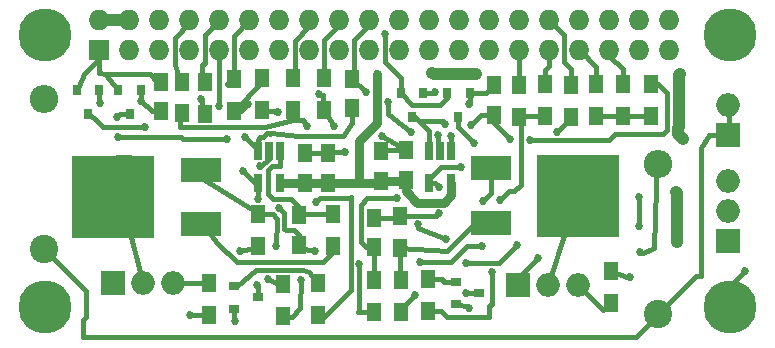
<source format=gtl>
G04 #@! TF.FileFunction,Copper,L1,Top,Signal*
%FSLAX46Y46*%
G04 Gerber Fmt 4.6, Leading zero omitted, Abs format (unit mm)*
G04 Created by KiCad (PCBNEW 4.0.7-e2-6376~61~ubuntu18.04.1) date Sat Apr  6 21:01:48 2019*
%MOMM*%
%LPD*%
G01*
G04 APERTURE LIST*
%ADD10C,0.100000*%
%ADD11R,1.250000X1.500000*%
%ADD12R,0.800000X0.900000*%
%ADD13R,0.900000X0.800000*%
%ADD14R,1.300000X1.500000*%
%ADD15R,0.650000X1.560000*%
%ADD16O,1.998980X1.998980*%
%ADD17R,1.998980X1.998980*%
%ADD18R,3.500000X2.000000*%
%ADD19R,7.000000X7.000000*%
%ADD20C,2.400000*%
%ADD21O,2.400000X2.400000*%
%ADD22C,4.500000*%
%ADD23R,1.727200X1.727200*%
%ADD24O,1.727200X1.727200*%
%ADD25C,0.685800*%
%ADD26C,0.381000*%
%ADD27C,0.750000*%
%ADD28C,1.000000*%
G04 APERTURE END LIST*
D10*
D11*
X128892700Y-101488300D03*
X128892700Y-98988300D03*
X130873900Y-101488300D03*
X130873900Y-98988300D03*
X128361840Y-104248640D03*
X128361840Y-106748640D03*
D12*
X111490000Y-93650000D03*
X109590000Y-93650000D03*
X110540000Y-95650000D03*
X115010000Y-93640000D03*
X113110000Y-93640000D03*
X114060000Y-95640000D03*
D13*
X122927000Y-110243320D03*
X122927000Y-112143320D03*
X124927000Y-111193320D03*
D14*
X131308240Y-106823240D03*
X131308240Y-104123240D03*
X124927760Y-104168960D03*
X124927760Y-106868960D03*
X127080000Y-110080000D03*
X127080000Y-112780000D03*
X129980000Y-109990000D03*
X129980000Y-112690000D03*
X120752000Y-109975400D03*
X120752000Y-112675400D03*
D15*
X126794700Y-98774000D03*
X125844700Y-98774000D03*
X124894700Y-98774000D03*
X124894700Y-101474000D03*
X126794700Y-101474000D03*
D11*
X132893200Y-95201800D03*
X132893200Y-92701800D03*
X116710000Y-92950000D03*
X116710000Y-95450000D03*
X144890000Y-95740000D03*
X144890000Y-93240000D03*
X135369700Y-101335900D03*
X135369700Y-98835900D03*
X137427100Y-101221600D03*
X137427100Y-98721600D03*
X134739780Y-106967080D03*
X134739780Y-104467080D03*
D12*
X138902880Y-93911920D03*
X137002880Y-93911920D03*
X137952880Y-95911920D03*
X142834800Y-93896680D03*
X140934800Y-93896680D03*
X141884800Y-95896680D03*
D16*
X164690000Y-101310000D03*
D17*
X164690000Y-106390000D03*
D16*
X164690000Y-103850000D03*
X164690000Y-94950000D03*
D17*
X164690000Y-97490000D03*
D16*
X152050000Y-110150000D03*
D17*
X146970000Y-110150000D03*
D16*
X149510000Y-110150000D03*
X117754800Y-109979200D03*
D17*
X112674800Y-109979200D03*
D16*
X115214800Y-109979200D03*
D18*
X120080000Y-104990000D03*
X120080000Y-100410000D03*
D19*
X112680000Y-102690000D03*
D18*
X144656720Y-100282560D03*
X144656720Y-104862560D03*
D19*
X152056720Y-102582560D03*
D13*
X141646800Y-109880100D03*
X141646800Y-111780100D03*
X143646800Y-110830100D03*
D14*
X125290000Y-95340000D03*
X125290000Y-92640000D03*
X158190000Y-93140000D03*
X158190000Y-95840000D03*
X139294000Y-109670600D03*
X139294000Y-112370600D03*
X134722000Y-112446800D03*
X134722000Y-109746800D03*
X136974980Y-106983260D03*
X136974980Y-104283260D03*
X137008000Y-109696000D03*
X137008000Y-112396000D03*
X154840000Y-111670000D03*
X154840000Y-108970000D03*
X147035920Y-93208480D03*
X147035920Y-95908480D03*
X149238100Y-93139900D03*
X149238100Y-95839900D03*
X153543400Y-93101800D03*
X153543400Y-95801800D03*
X155791300Y-93139900D03*
X155791300Y-95839900D03*
X118520000Y-95620000D03*
X118520000Y-92920000D03*
X120400000Y-95640000D03*
X120400000Y-92940000D03*
X122890000Y-95440000D03*
X122890000Y-92740000D03*
X127880000Y-95330000D03*
X127880000Y-92630000D03*
X130490000Y-95330000D03*
X130490000Y-92630000D03*
X151409800Y-95954200D03*
X151409800Y-93254200D03*
D15*
X141272700Y-98812100D03*
X140322700Y-98812100D03*
X139372700Y-98812100D03*
X139372700Y-101512100D03*
X141272700Y-101512100D03*
D20*
X106832800Y-107109000D03*
D21*
X106832800Y-94409000D03*
D20*
X158790000Y-112590000D03*
D21*
X158790000Y-99890000D03*
D22*
X164891100Y-88993600D03*
X164891100Y-111993600D03*
X106891100Y-111993600D03*
D23*
X111491100Y-90293600D03*
D24*
X111491100Y-87753600D03*
X114031100Y-90293600D03*
X114031100Y-87753600D03*
X116571100Y-90293600D03*
X116571100Y-87753600D03*
X119111100Y-90293600D03*
X119111100Y-87753600D03*
X121651100Y-90293600D03*
X121651100Y-87753600D03*
X124191100Y-90293600D03*
X124191100Y-87753600D03*
X126731100Y-90293600D03*
X126731100Y-87753600D03*
X129271100Y-90293600D03*
X129271100Y-87753600D03*
X131811100Y-90293600D03*
X131811100Y-87753600D03*
X134351100Y-90293600D03*
X134351100Y-87753600D03*
X136891100Y-90293600D03*
X136891100Y-87753600D03*
X139431100Y-90293600D03*
X139431100Y-87753600D03*
X141971100Y-90293600D03*
X141971100Y-87753600D03*
X144511100Y-90293600D03*
X144511100Y-87753600D03*
X147051100Y-90293600D03*
X147051100Y-87753600D03*
X149591100Y-90293600D03*
X149591100Y-87753600D03*
X152131100Y-90293600D03*
X152131100Y-87753600D03*
X154671100Y-90293600D03*
X154671100Y-87753600D03*
X157211100Y-90293600D03*
X157211100Y-87753600D03*
X159751100Y-90293600D03*
X159751100Y-87753600D03*
D22*
X106891100Y-88993600D03*
D25*
X115350000Y-96770000D03*
X123840640Y-97655120D03*
X126599080Y-95526600D03*
X156380000Y-109510000D03*
X115010000Y-94530000D03*
X111510000Y-94700000D03*
X166192600Y-108937800D03*
X142824600Y-112062000D03*
X140132200Y-97431600D03*
X135382400Y-97507800D03*
X142824600Y-94840800D03*
X139883280Y-93834960D03*
X134061600Y-93774000D03*
X121580040Y-94988120D03*
X125118260Y-100106220D03*
X132253120Y-98871780D03*
X122933860Y-113205000D03*
X119177200Y-112646200D03*
X134963300Y-92277940D03*
X160390000Y-106490000D03*
X160290000Y-102290000D03*
X160890000Y-97790000D03*
X160690000Y-92290000D03*
X143390000Y-92290000D03*
X139690000Y-92190000D03*
X135636400Y-88917520D03*
X147955400Y-97888800D03*
X146279000Y-97812600D03*
X140767200Y-96491800D03*
X142977000Y-96568000D03*
X112960000Y-95930000D03*
X113050000Y-97620000D03*
X122301400Y-97822760D03*
X123657760Y-100505000D03*
X124907440Y-102836720D03*
X126736240Y-103588560D03*
X129769000Y-107302040D03*
X128534560Y-109694720D03*
X141300600Y-97507800D03*
X136677800Y-102791000D03*
X143205600Y-98092000D03*
X142113400Y-100149400D03*
X140233800Y-101876600D03*
X140233800Y-104061000D03*
X157150200Y-102714800D03*
X157150200Y-105153200D03*
X131369200Y-96669600D03*
X138506600Y-105000800D03*
X140840000Y-106260000D03*
X142500000Y-108310000D03*
X146890000Y-106720000D03*
X120071280Y-94401380D03*
X130090000Y-93980000D03*
X148650000Y-107870000D03*
X157260000Y-107370000D03*
X125776120Y-109649000D03*
X126461920Y-106829600D03*
X123383440Y-107286800D03*
X124876960Y-110113820D03*
X143993000Y-102994200D03*
X143866000Y-106855000D03*
X138608200Y-108226600D03*
X133477400Y-108379000D03*
X138176400Y-110995200D03*
X142570600Y-110842800D03*
X150241400Y-97152200D03*
X137846200Y-97203000D03*
X135890400Y-94688400D03*
X124079400Y-94815400D03*
X129057800Y-96695000D03*
X129794400Y-103095800D03*
X145390000Y-102968800D03*
X144700000Y-109010000D03*
D26*
X110540000Y-95650000D02*
X111102540Y-96087940D01*
X111102540Y-96087940D02*
X111785800Y-96771200D01*
X111785800Y-96771200D02*
X115350000Y-96770000D01*
X125989480Y-97319840D02*
X125687220Y-97319840D01*
X124894700Y-97871060D02*
X124894700Y-98774000D01*
X125128420Y-97637340D02*
X124894700Y-97871060D01*
X125369720Y-97637340D02*
X125128420Y-97637340D01*
X125687220Y-97319840D02*
X125369720Y-97637340D01*
X128275480Y-97523040D02*
X125989480Y-97319840D01*
X125989480Y-97319840D02*
X125928520Y-97380800D01*
X132893200Y-95201800D02*
X132893200Y-96420680D01*
X132146440Y-97523040D02*
X128275480Y-97523040D01*
X128275480Y-97523040D02*
X128214520Y-97523040D01*
X132893200Y-96420680D02*
X132146440Y-97523040D01*
X124894700Y-98774000D02*
X124894700Y-98709180D01*
X124894700Y-98709180D02*
X123840640Y-97655120D01*
X126599080Y-95526600D02*
X126585400Y-95540280D01*
X126585400Y-95540280D02*
X125290000Y-95340000D01*
X154840000Y-108970000D02*
X156350000Y-109540000D01*
X156350000Y-109540000D02*
X156380000Y-109510000D01*
X115010000Y-93640000D02*
X115010000Y-94530000D01*
X115930000Y-95450000D02*
X116710000Y-95450000D01*
X115010000Y-94530000D02*
X115930000Y-95450000D01*
X111490000Y-93650000D02*
X111490000Y-94680000D01*
X111490000Y-94680000D02*
X111510000Y-94700000D01*
X164998800Y-110127800D02*
X165002600Y-110127800D01*
X165002600Y-110127800D02*
X166192600Y-108937800D01*
X141646800Y-111780100D02*
X142789800Y-112027200D01*
X142789800Y-112027200D02*
X142824600Y-112062000D01*
X140322700Y-98812100D02*
X140119500Y-97444300D01*
X140119500Y-97444300D02*
X140132200Y-97431600D01*
X137427100Y-98721600D02*
X135420500Y-97545900D01*
X135420500Y-97545900D02*
X135382400Y-97507800D01*
X137427100Y-98721600D02*
X135484000Y-98721600D01*
X135484000Y-98721600D02*
X135369700Y-98835900D01*
X142834800Y-93896680D02*
X142834800Y-94830600D01*
X142834800Y-94830600D02*
X142824600Y-94840800D01*
X142834800Y-93896680D02*
X144233320Y-93896680D01*
X144233320Y-93896680D02*
X144890000Y-93240000D01*
X138902880Y-93911920D02*
X139806320Y-93911920D01*
X139806320Y-93911920D02*
X139883280Y-93834960D01*
X132893200Y-92701800D02*
X132893200Y-92737680D01*
X132893200Y-92737680D02*
X134061600Y-93774000D01*
X121651100Y-90293600D02*
X121630780Y-94937380D01*
X121630780Y-94937380D02*
X121580040Y-94988120D01*
X125844700Y-98774000D02*
X125844700Y-99471220D01*
X125844700Y-99471220D02*
X125209700Y-100106220D01*
X125209700Y-100106220D02*
X125118260Y-100106220D01*
X128892700Y-98988300D02*
X130873900Y-98988300D01*
X130873900Y-98988300D02*
X130990420Y-98871780D01*
X130990420Y-98871780D02*
X132253120Y-98871780D01*
X122927000Y-112143320D02*
X122927000Y-113198140D01*
X122927000Y-113198140D02*
X122933860Y-113205000D01*
X134351100Y-87753600D02*
X134351100Y-87896380D01*
X134351100Y-87753600D02*
X134351100Y-88109860D01*
X134351100Y-88109860D02*
X133076080Y-89384880D01*
X133076080Y-89384880D02*
X133076080Y-92518920D01*
X133076080Y-92518920D02*
X132893200Y-92701800D01*
X120975520Y-112675400D02*
X119214020Y-112683020D01*
X119214020Y-112683020D02*
X119177200Y-112646200D01*
X164998800Y-112827800D02*
X163631000Y-112827800D01*
D27*
X133510420Y-101488300D02*
X133510420Y-97921820D01*
X134963300Y-96468940D02*
X134963300Y-92277940D01*
X133510420Y-97921820D02*
X134963300Y-96468940D01*
X141272700Y-101512100D02*
X141272700Y-102536960D01*
X137427100Y-102201720D02*
X137427100Y-101221600D01*
X138399920Y-103174540D02*
X137427100Y-102201720D01*
X140635120Y-103174540D02*
X138399920Y-103174540D01*
X141272700Y-102536960D02*
X140635120Y-103174540D01*
X135369700Y-101335900D02*
X137312800Y-101335900D01*
X137312800Y-101335900D02*
X137427100Y-101221600D01*
X130873900Y-101488300D02*
X133510420Y-101488300D01*
X133510420Y-101488300D02*
X135217300Y-101488300D01*
X135217300Y-101488300D02*
X135369700Y-101335900D01*
X126794700Y-101474000D02*
X128878400Y-101474000D01*
X128878400Y-101474000D02*
X128892700Y-101488300D01*
X128892700Y-101488300D02*
X130873900Y-101488300D01*
D28*
X160490000Y-96890000D02*
X160490000Y-97390000D01*
X160390000Y-102390000D02*
X160390000Y-106490000D01*
X160290000Y-102290000D02*
X160390000Y-102390000D01*
X160490000Y-97390000D02*
X160890000Y-97790000D01*
X160490000Y-96890000D02*
X160490000Y-96990000D01*
X160590000Y-96790000D02*
X160490000Y-96890000D01*
X160590000Y-92390000D02*
X160590000Y-96790000D01*
X160690000Y-92290000D02*
X160590000Y-92390000D01*
X139790000Y-92290000D02*
X143390000Y-92290000D01*
X139690000Y-92190000D02*
X139790000Y-92290000D01*
X114031100Y-87753600D02*
X111491100Y-87753600D01*
D26*
X116710000Y-92950000D02*
X116410000Y-92950000D01*
X116410000Y-92950000D02*
X115781700Y-92321700D01*
X115781700Y-92321700D02*
X112006551Y-92321700D01*
X140934800Y-93896680D02*
X140934800Y-94292200D01*
X140934800Y-94292200D02*
X140335400Y-94891600D01*
X140335400Y-94891600D02*
X137982560Y-94891600D01*
X137982560Y-94891600D02*
X137002880Y-93911920D01*
X137002880Y-93911920D02*
X137002880Y-92661440D01*
X135636400Y-91294960D02*
X135636400Y-88917520D01*
X137002880Y-92661440D02*
X135636400Y-91294960D01*
X111491100Y-90293600D02*
X111491100Y-90690500D01*
X111491100Y-90293600D02*
X111491100Y-92224540D01*
X112006551Y-92321700D02*
X113110000Y-93640000D01*
X111506280Y-92209360D02*
X112006551Y-92321700D01*
X111491100Y-92224540D02*
X111506280Y-92209360D01*
X111491100Y-90293600D02*
X111491100Y-90974980D01*
X111491100Y-90974980D02*
X110152540Y-92313540D01*
X110152540Y-92313540D02*
X109610000Y-93720000D01*
X158190000Y-93140000D02*
X158827600Y-93140000D01*
X158827600Y-93140000D02*
X159537800Y-93850200D01*
X159537800Y-93850200D02*
X159537800Y-97050600D01*
X159537800Y-97050600D02*
X159207600Y-97380800D01*
X159207600Y-97380800D02*
X155169000Y-97380800D01*
X155169000Y-97380800D02*
X154661000Y-97888800D01*
X154661000Y-97888800D02*
X147955400Y-97888800D01*
X146279000Y-97812600D02*
X144890000Y-96423600D01*
X144890000Y-96423600D02*
X144890000Y-95740000D01*
X144890000Y-95740000D02*
X143805000Y-95740000D01*
X140576700Y-96301300D02*
X138570100Y-96301300D01*
X140767200Y-96491800D02*
X140576700Y-96301300D01*
X143805000Y-95740000D02*
X142977000Y-96568000D01*
X137952880Y-95911920D02*
X138180720Y-95911920D01*
X138180720Y-95911920D02*
X138570100Y-96301300D01*
X138570100Y-96301300D02*
X139372700Y-97103900D01*
X139372700Y-97103900D02*
X139372700Y-98812100D01*
X128361840Y-104248640D02*
X128361840Y-103527600D01*
X128361840Y-103527600D02*
X127711600Y-102877360D01*
X126794700Y-100055380D02*
X126794700Y-98774000D01*
X126756560Y-100093520D02*
X126794700Y-100055380D01*
X126106320Y-100093520D02*
X126756560Y-100093520D01*
X125801520Y-100398320D02*
X126106320Y-100093520D01*
X125801520Y-102450640D02*
X125801520Y-100398320D01*
X126228240Y-102877360D02*
X125801520Y-102450640D01*
X127711600Y-102877360D02*
X126228240Y-102877360D01*
X131308240Y-104123240D02*
X128502480Y-104108000D01*
X128502480Y-104108000D02*
X128361840Y-104248640D01*
X118400000Y-97648378D02*
X113078378Y-97648378D01*
X113250000Y-95640000D02*
X114060000Y-95640000D01*
X112960000Y-95930000D02*
X113250000Y-95640000D01*
X113078378Y-97648378D02*
X113050000Y-97620000D01*
X124894700Y-101474000D02*
X124626760Y-101474000D01*
X124626760Y-101474000D02*
X123657760Y-100505000D01*
X118411783Y-97648378D02*
X118400000Y-97648378D01*
X118400000Y-97648378D02*
X118398145Y-97648378D01*
X118533703Y-97770298D02*
X118411783Y-97648378D01*
X122255680Y-97777040D02*
X118533703Y-97770298D01*
X122301400Y-97822760D02*
X122255680Y-97777040D01*
X128361840Y-106748640D02*
X128361840Y-105905040D01*
X124894700Y-102823980D02*
X124894700Y-101474000D01*
X124907440Y-102836720D02*
X124894700Y-102823980D01*
X127162960Y-104015280D02*
X126736240Y-103588560D01*
X127162960Y-105417360D02*
X127162960Y-104015280D01*
X127264560Y-105518960D02*
X127162960Y-105417360D01*
X127975760Y-105518960D02*
X127264560Y-105518960D01*
X128361840Y-105905040D02*
X127975760Y-105518960D01*
X127084220Y-112850660D02*
X127776380Y-112850660D01*
X129769000Y-107302040D02*
X128361840Y-107002320D01*
X128504080Y-112122960D02*
X128534560Y-109694720D01*
X127776380Y-112850660D02*
X128504080Y-112122960D01*
X128361840Y-107002320D02*
X128361840Y-106748640D01*
X134739780Y-106967080D02*
X134046680Y-106967080D01*
X141272700Y-97535700D02*
X141272700Y-98812100D01*
X141300600Y-97507800D02*
X141272700Y-97535700D01*
X134188600Y-102791000D02*
X136677800Y-102791000D01*
X133604400Y-103375200D02*
X134188600Y-102791000D01*
X133604400Y-106524800D02*
X133604400Y-103375200D01*
X134046680Y-106967080D02*
X133604400Y-106524800D01*
X134722000Y-109746800D02*
X134722000Y-106984860D01*
X134722000Y-106984860D02*
X134739780Y-106967080D01*
X139372700Y-101512100D02*
X139372700Y-101162900D01*
X139372700Y-101162900D02*
X140386200Y-100149400D01*
X141884800Y-96771200D02*
X141884800Y-95896680D01*
X143205600Y-98092000D02*
X141884800Y-96771200D01*
X140386200Y-100149400D02*
X142113400Y-100149400D01*
X136974980Y-104283260D02*
X140011540Y-104283260D01*
X139869300Y-101512100D02*
X139372700Y-101512100D01*
X140233800Y-101876600D02*
X139869300Y-101512100D01*
X140011540Y-104283260D02*
X140233800Y-104061000D01*
X134739780Y-104467080D02*
X136791160Y-104467080D01*
X136791160Y-104467080D02*
X136974980Y-104283260D01*
X157150200Y-102714800D02*
X157150200Y-105153200D01*
X138506600Y-105331000D02*
X138506600Y-105000800D01*
X140840000Y-106260000D02*
X138506600Y-105331000D01*
X131369200Y-96669600D02*
X130454800Y-95247200D01*
X145332600Y-108277400D02*
X142500000Y-108310000D01*
X146890000Y-106720000D02*
X145332600Y-108277400D01*
X130454800Y-95247200D02*
X130454800Y-95187500D01*
X120190000Y-94520100D02*
X120190000Y-95640000D01*
X120071280Y-94401380D02*
X120190000Y-94520100D01*
X130454800Y-95187500D02*
X130454800Y-94083880D01*
X130454800Y-94083880D02*
X130090000Y-93980000D01*
X158790000Y-112590000D02*
X158790000Y-112710000D01*
X158790000Y-112710000D02*
X156910000Y-114590000D01*
X156090000Y-114590000D02*
X110134800Y-114590000D01*
X156910000Y-114590000D02*
X156090000Y-114590000D01*
X162390000Y-109390000D02*
X161990000Y-109390000D01*
X164890000Y-97490000D02*
X163090000Y-97490000D01*
X162390000Y-98590000D02*
X162390000Y-109390000D01*
X163090000Y-97490000D02*
X162390000Y-98590000D01*
X161990000Y-109390000D02*
X158790000Y-112590000D01*
X110134800Y-114590000D02*
X110134800Y-113103400D01*
X110388800Y-110665000D02*
X106832800Y-107109000D01*
X110388800Y-112849400D02*
X110388800Y-110665000D01*
X110134800Y-113103400D02*
X110388800Y-112849400D01*
X110134800Y-114590000D02*
X110090000Y-114590000D01*
X164890000Y-97490000D02*
X164690000Y-94950000D01*
X154840000Y-111670000D02*
X154140000Y-112240000D01*
X154140000Y-112240000D02*
X152050000Y-110150000D01*
X146970000Y-110150000D02*
X146970000Y-109550000D01*
X146970000Y-109550000D02*
X148650000Y-107870000D01*
X158621200Y-101895600D02*
X158610000Y-100290000D01*
X158480000Y-106980000D02*
X158621200Y-101895600D01*
X157480400Y-107464600D02*
X158480000Y-106980000D01*
X157310800Y-107420800D02*
X157480400Y-107464600D01*
X157260000Y-107370000D02*
X157310800Y-107420800D01*
X149510000Y-110150000D02*
X151830000Y-102809280D01*
X151830000Y-102809280D02*
X152056720Y-102582560D01*
X117754800Y-109979200D02*
X120968540Y-109982380D01*
X120968540Y-109982380D02*
X120975520Y-109975400D01*
X115214800Y-109979200D02*
X113433000Y-103247420D01*
X113433000Y-103247420D02*
X112873040Y-102687460D01*
X112951320Y-99324340D02*
X114068600Y-99324340D01*
X113649500Y-104924420D02*
X112908600Y-104183520D01*
X131308240Y-106823240D02*
X131308240Y-107390940D01*
X131308240Y-107390940D02*
X130467500Y-108231680D01*
X130467500Y-108231680D02*
X123116740Y-108231680D01*
X123116740Y-108231680D02*
X121470040Y-106584980D01*
X121470040Y-106584980D02*
X120273040Y-104987460D01*
X127084220Y-110150660D02*
X126775620Y-110150660D01*
X126775620Y-110150660D02*
X125776120Y-109649000D01*
X126461920Y-106829600D02*
X126482240Y-106809280D01*
X126482240Y-106809280D02*
X126533040Y-104523280D01*
X126533040Y-104523280D02*
X126178720Y-104168960D01*
X126178720Y-104168960D02*
X124927760Y-104168960D01*
X124927760Y-104168960D02*
X124927760Y-104076240D01*
X124927760Y-104076240D02*
X120273040Y-101182840D01*
X120273040Y-101182840D02*
X120273040Y-100407460D01*
X122927000Y-110243320D02*
X123129480Y-110243320D01*
X123129480Y-110243320D02*
X124777900Y-108917480D01*
X124777900Y-108917480D02*
X128719980Y-108917480D01*
X128719980Y-108917480D02*
X129273700Y-109011460D01*
X129273700Y-109011460D02*
X129987440Y-110122720D01*
X123383440Y-107286800D02*
X124927760Y-106961680D01*
X124927760Y-106961680D02*
X124927760Y-106868960D01*
X124927000Y-111193320D02*
X124916840Y-110153700D01*
X124916840Y-110153700D02*
X124876960Y-110113820D01*
X134722000Y-112446800D02*
X133405000Y-112446800D01*
X144656720Y-102330480D02*
X144656720Y-100282560D01*
X143993000Y-102994200D02*
X144656720Y-102330480D01*
X142621400Y-106855000D02*
X143866000Y-106855000D01*
X141249800Y-108226600D02*
X142621400Y-106855000D01*
X138608200Y-108226600D02*
X141249800Y-108226600D01*
X133477400Y-112374400D02*
X133477400Y-108379000D01*
X133405000Y-112446800D02*
X133477400Y-112374400D01*
X136974980Y-106983260D02*
X136974980Y-109662980D01*
X136974980Y-109662980D02*
X137008000Y-109696000D01*
X136974980Y-106983260D02*
X140892940Y-107262660D01*
X143013640Y-105141960D02*
X144656720Y-104862560D01*
X140892940Y-107262660D02*
X143013640Y-105141960D01*
X139294000Y-109670600D02*
X140458600Y-109670600D01*
X140668100Y-109880100D02*
X141646800Y-109880100D01*
X140458600Y-109670600D02*
X140668100Y-109880100D01*
X143646800Y-110830100D02*
X142583300Y-110830100D01*
X138176400Y-110995200D02*
X137008000Y-112163600D01*
X142583300Y-110830100D02*
X142570600Y-110842800D01*
X137008000Y-112163600D02*
X137008000Y-112396000D01*
X122890000Y-95440000D02*
X123454800Y-95440000D01*
X123454800Y-95440000D02*
X124079400Y-94815400D01*
X150241400Y-97152200D02*
X151409800Y-95983800D01*
X135915800Y-95653600D02*
X137846200Y-97203000D01*
X135915800Y-94713800D02*
X135915800Y-95653600D01*
X135890400Y-94688400D02*
X135915800Y-94713800D01*
X151409800Y-95983800D02*
X151409800Y-95954200D01*
X122890000Y-95440000D02*
X122890000Y-95374880D01*
X122890000Y-95374880D02*
X125290000Y-92974880D01*
X125290000Y-92974880D02*
X125290000Y-92640000D01*
X153543400Y-95801800D02*
X155753200Y-95801800D01*
X155753200Y-95801800D02*
X155791400Y-95840000D01*
X155791400Y-95840000D02*
X158190000Y-95840000D01*
X132766200Y-102740200D02*
X130150000Y-102740200D01*
X129057800Y-96695000D02*
X128699660Y-96184460D01*
X128699660Y-96184460D02*
X127902100Y-96184460D01*
X130150000Y-102740200D02*
X129794400Y-103095800D01*
X130532280Y-112822720D02*
X132766200Y-110588800D01*
X132766200Y-110588800D02*
X132766200Y-102740200D01*
X132766200Y-102740200D02*
X132766200Y-102689400D01*
X129987440Y-112822720D02*
X130532280Y-112822720D01*
X118320000Y-95600000D02*
X118320000Y-96800000D01*
X118320000Y-96800000D02*
X118947798Y-96799400D01*
X125517871Y-96800377D02*
X127902100Y-96184460D01*
X118947798Y-96799400D02*
X125517871Y-96800377D01*
X127902100Y-96184460D02*
X127902100Y-95111300D01*
X144501000Y-112849400D02*
X144501000Y-111959000D01*
X140440800Y-112370600D02*
X140919600Y-112849400D01*
X140919600Y-112849400D02*
X144501000Y-112849400D01*
X145390000Y-102968800D02*
X146152000Y-102206800D01*
X146152000Y-102206800D02*
X146634600Y-102206800D01*
X146634600Y-102206800D02*
X147168000Y-101673400D01*
X147168000Y-96040560D02*
X147168000Y-101673400D01*
X140440800Y-112370600D02*
X139294000Y-112370600D01*
X144700000Y-111760000D02*
X144700000Y-109010000D01*
X144501000Y-111959000D02*
X144700000Y-111760000D01*
X147168000Y-96040560D02*
X147035920Y-95908480D01*
X149238100Y-95839900D02*
X147104500Y-95839900D01*
X147104500Y-95839900D02*
X147035920Y-95908480D01*
X147051100Y-90293600D02*
X147051100Y-93193300D01*
X147051100Y-93193300D02*
X147035920Y-93208480D01*
X147035920Y-90308780D02*
X147051100Y-90293600D01*
X149591100Y-90293600D02*
X149591100Y-91617600D01*
X149238100Y-91970600D02*
X149238100Y-93139900D01*
X149591100Y-91617600D02*
X149238100Y-91970600D01*
X149514960Y-90369740D02*
X149591100Y-90293600D01*
X152131100Y-90293600D02*
X152171200Y-90293600D01*
X152171200Y-90293600D02*
X153543400Y-91665800D01*
X153543400Y-91665800D02*
X153543400Y-93101800D01*
X152202280Y-90364780D02*
X152131100Y-90293600D01*
X154671100Y-90293600D02*
X154671100Y-90720860D01*
X154671100Y-90720860D02*
X155791300Y-91841060D01*
X155791300Y-91841060D02*
X155791300Y-93139900D01*
X154661000Y-90303700D02*
X154671100Y-90293600D01*
X119111100Y-87753600D02*
X119111100Y-87960000D01*
X119111100Y-87960000D02*
X117866560Y-89204540D01*
X117866560Y-89204540D02*
X117870000Y-91480000D01*
X117870000Y-91480000D02*
X118340000Y-92820000D01*
X120190000Y-92940000D02*
X120190000Y-91552160D01*
X120396400Y-89008300D02*
X121651100Y-87753600D01*
X120396400Y-91345760D02*
X120396400Y-89008300D01*
X120190000Y-91552160D02*
X120396400Y-91345760D01*
X122890000Y-92740000D02*
X122890000Y-89054700D01*
X122890000Y-89054700D02*
X124191100Y-87753600D01*
X122289500Y-93123100D02*
X122358080Y-93191680D01*
X129271100Y-87753600D02*
X129271100Y-88201300D01*
X129271100Y-88201300D02*
X128016400Y-89456000D01*
X128016400Y-89456000D02*
X128016400Y-92297000D01*
X128016400Y-92297000D02*
X127902100Y-92411300D01*
X131811100Y-87753600D02*
X131811100Y-88114940D01*
X131811100Y-88114940D02*
X130515760Y-89410280D01*
X130515760Y-89410280D02*
X130515760Y-92426540D01*
X130515760Y-92426540D02*
X130454800Y-92487500D01*
X151409800Y-93254200D02*
X151409800Y-91841060D01*
X150853540Y-89016040D02*
X149591100Y-87753600D01*
X150853540Y-91284800D02*
X150853540Y-89016040D01*
X151409800Y-91841060D02*
X150853540Y-91284800D01*
M02*

</source>
